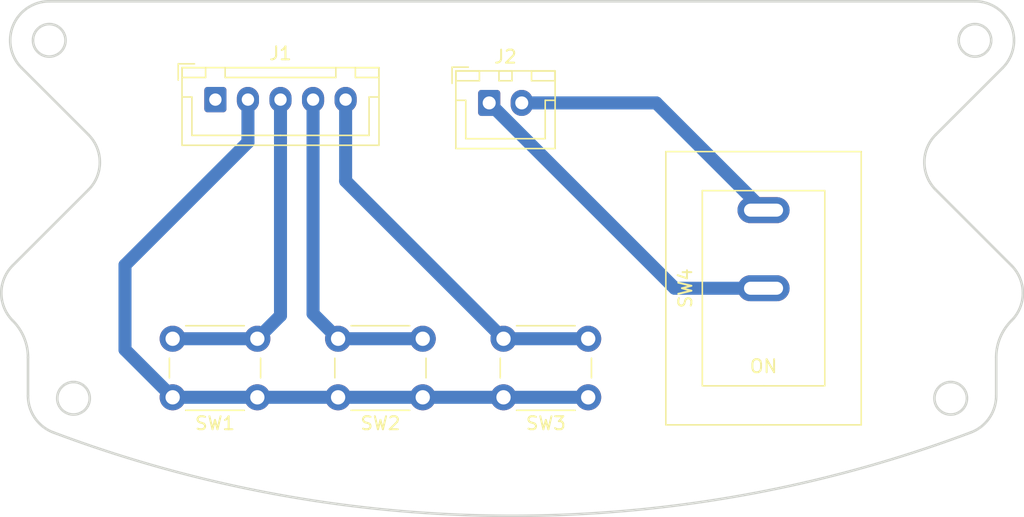
<source format=kicad_pcb>
(kicad_pcb (version 20211014) (generator pcbnew)
  (layers (0 "F.Cu" signal) (31 "B.Cu" signal) (34 "B.Paste" user) (35 "F.Paste" user) (36 "B.SilkS" user "B.Silkscreen") (37 "F.SilkS" user "F.Silkscreen") (38 "B.Mask" user) (39 "F.Mask" user) (44 "Edge.Cuts" user))
  (net 0 "")
  (net 1 "GND")
  (net 2 "+5V")
  (net 3 "SW1")
  (net 4 "SW2")
  (net 5 "SW3")
  (net 6 "+7.5V")
  (net 7 "GND1")
  (footprint "Button_Switch_THT:SW_PUSH_6mm_H5mm" (layer "F.Cu") (at 127.508 135.89 180)
    (fp_text reference "SW1" (at 3.25 -2) (layer "F.SilkS"))
    (fp_text value "SW_DIP_x01")
    (fp_line (start 5.5 -1) (end 1 -1) (layer "F.SilkS") (width 0.12))
    (fp_line (start 1 5.5) (end 5.5 5.5) (layer "F.SilkS") (width 0.12))
    (fp_line (start 6.75 3) (end 6.75 1.5) (layer "F.SilkS") (width 0.12))
    (fp_line (start -0.25 1.5) (end -0.25 3) (layer "F.SilkS") (width 0.12))
    (pad "1" thru_hole circle (at 6.5 0 270) (size 2 2) (drill 1.1) (layers *.Cu *.Mask) (net 2 "+5V"))
    (pad "1" thru_hole circle (at 0 0 270) (size 2 2) (drill 1.1) (layers *.Cu *.Mask) (net 2 "+5V"))
    (pad "2" thru_hole circle (at 6.5 4.5 270) (size 2 2) (drill 1.1) (layers *.Cu *.Mask) (net 3 "SW1"))
    (pad "2" thru_hole circle (at 0 4.5 270) (size 2 2) (drill 1.1) (layers *.Cu *.Mask) (net 3 "SW1"))
  )
  (footprint "Connector_JST:JST_XH_B2B-XH-A_1x02_P2.50mm_Vertical" (layer "F.Cu") (at 145.308 113.267)
    (fp_text reference "J2" (at 1.25 -3.55) (layer "F.SilkS"))
    (fp_text value "Conn_01x02_Female")
    (fp_line (start -1.8 2.75) (end 1.25 2.75) (layer "F.SilkS") (width 0.12))
    (fp_line (start -0.75 -1.7) (end -0.75 -2.45) (layer "F.SilkS") (width 0.12))
    (fp_line (start -2.55 -1.7) (end -0.75 -1.7) (layer "F.SilkS") (width 0.12))
    (fp_line (start 0.75 -2.45) (end 0.75 -1.7) (layer "F.SilkS") (width 0.12))
    (fp_line (start 4.3 2.75) (end 1.25 2.75) (layer "F.SilkS") (width 0.12))
    (fp_line (start -2.85 -2.75) (end -2.85 -1.5) (layer "F.SilkS") (width 0.12))
    (fp_line (start -1.8 -0.2) (end -1.8 2.75) (layer "F.SilkS") (width 0.12))
    (fp_line (start 5.05 -2.45) (end 3.25 -2.45) (layer "F.SilkS") (width 0.12))
    (fp_line (start -2.56 -2.46) (end -2.56 3.51) (layer "F.SilkS") (width 0.12))
    (fp_line (start 5.06 -2.46) (end -2.56 -2.46) (layer "F.SilkS") (width 0.12))
    (fp_line (start 1.75 -2.45) (end 0.75 -2.45) (layer "F.SilkS") (width 0.12))
    (fp_line (start 3.25 -2.45) (end 3.25 -1.7) (layer "F.SilkS") (width 0.12))
    (fp_line (start 5.06 3.51) (end 5.06 -2.46) (layer "F.SilkS") (width 0.12))
    (fp_line (start -2.55 -0.2) (end -1.8 -0.2) (layer "F.SilkS") (width 0.12))
    (fp_line (start 4.3 -0.2) (end 4.3 2.75) (layer "F.SilkS") (width 0.12))
    (fp_line (start 1.75 -1.7) (end 1.75 -2.45) (layer "F.SilkS") (width 0.12))
    (fp_line (start -0.75 -2.45) (end -2.55 -2.45) (layer "F.SilkS") (width 0.12))
    (fp_line (start -1.6 -2.75) (end -2.85 -2.75) (layer "F.SilkS") (width 0.12))
    (fp_line (start 0.75 -1.7) (end 1.75 -1.7) (layer "F.SilkS") (width 0.12))
    (fp_line (start 3.25 -1.7) (end 5.05 -1.7) (layer "F.SilkS") (width 0.12))
    (fp_line (start -2.56 3.51) (end 5.06 3.51) (layer "F.SilkS") (width 0.12))
    (fp_line (start -2.55 -2.45) (end -2.55 -1.7) (layer "F.SilkS") (width 0.12))
    (fp_line (start 5.05 -1.7) (end 5.05 -2.45) (layer "F.SilkS") (width 0.12))
    (fp_line (start 5.05 -0.2) (end 4.3 -0.2) (layer "F.SilkS") (width 0.12))
    (pad "1" thru_hole roundrect (at 0 0) (size 1.7 2) (drill 1) (layers *.Cu *.Mask) (roundrect_rratio 0.1470588235) (net 1 "GND"))
    (pad "2" thru_hole oval (at 2.5 0) (size 1.7 2) (drill 1) (layers *.Cu *.Mask) (net 6 "+7.5V"))
  )
  (footprint "Connector_JST:JST_XH_B5B-XH-A_1x05_P2.50mm_Vertical" (layer "F.Cu") (at 124.286 113.013)
    (fp_text reference "J1" (at 5 -3.55) (layer "F.SilkS"))
    (fp_text value "Conn_01x05_Female")
    (fp_line (start -2.56 -2.46) (end -2.56 3.51) (layer "F.SilkS") (width 0.12))
    (fp_line (start -1.6 -2.75) (end -2.85 -2.75) (layer "F.SilkS") (width 0.12))
    (fp_line (start 11.8 -0.2) (end 11.8 2.75) (layer "F.SilkS") (width 0.12))
    (fp_line (start 0.75 -1.7) (end 9.25 -1.7) (layer "F.SilkS") (width 0.12))
    (fp_line (start -2.55 -1.7) (end -0.75 -1.7) (layer "F.SilkS") (width 0.12))
    (fp_line (start 9.25 -1.7) (end 9.25 -2.45) (layer "F.SilkS") (width 0.12))
    (fp_line (start 11.8 2.75) (end 5 2.75) (layer "F.SilkS") (width 0.12))
    (fp_line (start 10.75 -2.45) (end 10.75 -1.7) (layer "F.SilkS") (width 0.12))
    (fp_line (start -2.85 -2.75) (end -2.85 -1.5) (layer "F.SilkS") (width 0.12))
    (fp_line (start 12.55 -2.45) (end 10.75 -2.45) (layer "F.SilkS") (width 0.12))
    (fp_line (start -2.55 -2.45) (end -2.55 -1.7) (layer "F.SilkS") (width 0.12))
    (fp_line (start -1.8 2.75) (end 5 2.75) (layer "F.SilkS") (width 0.12))
    (fp_line (start -2.55 -0.2) (end -1.8 -0.2) (layer "F.SilkS") (width 0.12))
    (fp_line (start -2.56 3.51) (end 12.56 3.51) (layer "F.SilkS") (width 0.12))
    (fp_line (start 9.25 -2.45) (end 0.75 -2.45) (layer "F.SilkS") (width 0.12))
    (fp_line (start 12.55 -0.2) (end 11.8 -0.2) (layer "F.SilkS") (width 0.12))
    (fp_line (start 12.56 -2.46) (end -2.56 -2.46) (layer "F.SilkS") (width 0.12))
    (fp_line (start -0.75 -2.45) (end -2.55 -2.45) (layer "F.SilkS") (width 0.12))
    (fp_line (start 10.75 -1.7) (end 12.55 -1.7) (layer "F.SilkS") (width 0.12))
    (fp_line (start 0.75 -2.45) (end 0.75 -1.7) (layer "F.SilkS") (width 0.12))
    (fp_line (start -1.8 -0.2) (end -1.8 2.75) (layer "F.SilkS") (width 0.12))
    (fp_line (start 12.56 3.51) (end 12.56 -2.46) (layer "F.SilkS") (width 0.12))
    (fp_line (start 12.55 -1.7) (end 12.55 -2.45) (layer "F.SilkS") (width 0.12))
    (fp_line (start -0.75 -1.7) (end -0.75 -2.45) (layer "F.SilkS") (width 0.12))
    (pad "1" thru_hole roundrect (at 0 0) (size 1.7 1.95) (drill 0.95) (layers *.Cu *.Mask) (roundrect_rratio 0.1470588235) (net 7 "GND1"))
    (pad "2" thru_hole oval (at 2.5 0) (size 1.7 1.95) (drill 0.95) (layers *.Cu *.Mask) (net 2 "+5V"))
    (pad "3" thru_hole oval (at 5 0) (size 1.7 1.95) (drill 0.95) (layers *.Cu *.Mask) (net 3 "SW1"))
    (pad "4" thru_hole oval (at 7.5 0) (size 1.7 1.95) (drill 0.95) (layers *.Cu *.Mask) (net 4 "SW2"))
    (pad "5" thru_hole oval (at 10 0) (size 1.7 1.95) (drill 0.95) (layers *.Cu *.Mask) (net 5 "SW3"))
  )
  (footprint "Button_Switch_THT:SW_PUSH_6mm_H5mm" (layer "F.Cu") (at 140.208 135.89 180)
    (fp_text reference "SW2" (at 3.25 -2) (layer "F.SilkS"))
    (fp_text value "SW_DIP_x01")
    (fp_line (start 1 5.5) (end 5.5 5.5) (layer "F.SilkS") (width 0.12))
    (fp_line (start 5.5 -1) (end 1 -1) (layer "F.SilkS") (width 0.12))
    (fp_line (start -0.25 1.5) (end -0.25 3) (layer "F.SilkS") (width 0.12))
    (fp_line (start 6.75 3) (end 6.75 1.5) (layer "F.SilkS") (width 0.12))
    (pad "1" thru_hole circle (at 6.5 0 270) (size 2 2) (drill 1.1) (layers *.Cu *.Mask) (net 2 "+5V"))
    (pad "1" thru_hole circle (at 0 0 270) (size 2 2) (drill 1.1) (layers *.Cu *.Mask) (net 2 "+5V"))
    (pad "2" thru_hole circle (at 0 4.5 270) (size 2 2) (drill 1.1) (layers *.Cu *.Mask) (net 4 "SW2"))
    (pad "2" thru_hole circle (at 6.5 4.5 270) (size 2 2) (drill 1.1) (layers *.Cu *.Mask) (net 4 "SW2"))
  )
  (footprint "Lib:DS-850k" (layer "F.Cu") (at 166.37 127.508 -90)
    (fp_text reference "SW4" (at 0 6 90) (layer "F.SilkS"))
    (fp_text value "SW_DIP_x01")
    (fp_text user "ON" (at 6 0) (layer "F.SilkS"))
    (fp_line (start 7.5 4.7) (end 7.5 0) (layer "F.SilkS") (width 0.12))
    (fp_line (start -7.5 -4.7) (end -7.5 4.7) (layer "F.SilkS") (width 0.12))
    (fp_line (start -7.5 4.7) (end 7.5 4.7) (layer "F.SilkS") (width 0.12))
    (fp_line (start 10.5 0) (end 10.5 -7.5) (layer "F.SilkS") (width 0.12))
    (fp_line (start 7.5 -4.7) (end -7.5 -4.7) (layer "F.SilkS") (width 0.12))
    (fp_line (start -10.5 7.5) (end 10.5 7.5) (layer "F.SilkS") (width 0.12))
    (fp_line (start 10.5 7.5) (end 10.5 0) (layer "F.SilkS") (width 0.12))
    (fp_line (start -10.5 -7.5) (end -10.5 7.5) (layer "F.SilkS") (width 0.12))
    (fp_line (start 7.5 0) (end 7.5 -4.7) (layer "F.SilkS") (width 0.12))
    (fp_line (start 10.5 -7.5) (end -10.5 -7.5) (layer "F.SilkS") (width 0.12))
    (pad "1" thru_hole oval locked (at 0 0) (size 4 2) (drill oval 3 1) (layers *.Cu *.Mask) (net 1 "GND"))
    (pad "2" thru_hole oval locked (at -6 0) (size 4 2) (drill oval 3 1) (layers *.Cu *.Mask) (net 6 "+7.5V"))
  )
  (footprint "Button_Switch_THT:SW_PUSH_6mm_H5mm" (layer "F.Cu") (at 152.908 135.89 180)
    (fp_text reference "SW3" (at 3.25 -2) (layer "F.SilkS"))
    (fp_text value "SW_DIP_x01")
    (fp_line (start 5.5 -1) (end 1 -1) (layer "F.SilkS") (width 0.12))
    (fp_line (start 1 5.5) (end 5.5 5.5) (layer "F.SilkS") (width 0.12))
    (fp_line (start -0.25 1.5) (end -0.25 3) (layer "F.SilkS") (width 0.12))
    (fp_line (start 6.75 3) (end 6.75 1.5) (layer "F.SilkS") (width 0.12))
    (pad "1" thru_hole circle (at 6.5 0 270) (size 2 2) (drill 1.1) (layers *.Cu *.Mask) (net 2 "+5V"))
    (pad "1" thru_hole circle (at 0 0 270) (size 2 2) (drill 1.1) (layers *.Cu *.Mask) (net 2 "+5V"))
    (pad "2" thru_hole circle (at 0 4.5 270) (size 2 2) (drill 1.1) (layers *.Cu *.Mask) (net 5 "SW3"))
    (pad "2" thru_hole circle (at 6.5 4.5 270) (size 2 2) (drill 1.1) (layers *.Cu *.Mask) (net 5 "SW3"))
  )
  (gr_circle (center 180.737484 135.964323) (end 181.987484 135.964323) (layer "Edge.Cuts") (width 0.2) (fill none))
  (gr_line (start 109.412564 110.580179) (end 114.539088 115.706703) (layer "Edge.Cuts") (width 0.2))
  (gr_arc (start 184.229538 132.828611) (mid 184.534027 131.297882) (end 185.401111 130.000184) (layer "Edge.Cuts") (width 0.2))
  (gr_line (start 185.401111 125.757543) (end 179.592912 119.949344) (layer "Edge.Cuts") (width 0.2))
  (gr_line (start 114.539088 119.949344) (end 108.730889 125.757543) (layer "Edge.Cuts") (width 0.2))
  (gr_arc (start 108.730889 130.000184) (mid 109.59798 131.297877) (end 109.902462 132.828611) (layer "Edge.Cuts") (width 0.2))
  (gr_line (start 184.229538 135.780675) (end 184.229538 132.828611) (layer "Edge.Cuts") (width 0.2))
  (gr_arc (start 109.412564 110.580179) (mid 108.762246 107.310809) (end 111.533884 105.458859) (layer "Edge.Cuts") (width 0.2))
  (gr_arc (start 182.286142 138.588448) (mid 147.066 144.996025) (end 111.845858 138.588448) (layer "Edge.Cuts") (width 0.2))
  (gr_arc (start 184.229538 135.780675) (mid 183.696321 137.488069) (end 182.286142 138.588448) (layer "Edge.Cuts") (width 0.2))
  (gr_arc (start 114.539088 115.706703) (mid 115.417768 117.828024) (end 114.539088 119.949344) (layer "Edge.Cuts") (width 0.2))
  (gr_line (start 182.598116 105.458859) (end 111.533884 105.458859) (layer "Edge.Cuts") (width 0.2))
  (gr_arc (start 108.730889 130.000184) (mid 107.852209 127.878864) (end 108.730889 125.757543) (layer "Edge.Cuts") (width 0.2))
  (gr_line (start 179.592912 115.706703) (end 184.719436 110.580179) (layer "Edge.Cuts") (width 0.2))
  (gr_arc (start 185.401111 125.757543) (mid 186.279792 127.878864) (end 185.401111 130.000184) (layer "Edge.Cuts") (width 0.2))
  (gr_circle (center 113.394516 135.964323) (end 114.644516 135.964323) (layer "Edge.Cuts") (width 0.2) (fill none))
  (gr_line (start 109.902462 132.828611) (end 109.902462 135.780675) (layer "Edge.Cuts") (width 0.2))
  (gr_circle (center 111.533884 108.458859) (end 112.783884 108.458859) (layer "Edge.Cuts") (width 0.2) (fill none))
  (gr_arc (start 182.598116 105.458859) (mid 185.369755 107.310807) (end 184.719436 110.580179) (layer "Edge.Cuts") (width 0.2))
  (gr_arc (start 179.592912 119.949344) (mid 178.714233 117.828024) (end 179.592912 115.706703) (layer "Edge.Cuts") (width 0.2))
  (gr_arc (start 111.845858 138.588448) (mid 110.435702 137.48804) (end 109.902462 135.780675) (layer "Edge.Cuts") (width 0.2))
  (gr_circle (center 182.598116 108.458859) (end 183.848116 108.458859) (layer "Edge.Cuts") (width 0.2) (fill none))
  (segment (start 159.549 127.508) (end 166.37 127.508) (width 1) (layer "B.Cu") (net 1))
  (segment (start 145.308 113.267) (end 159.549 127.508) (width 1) (layer "B.Cu") (net 1))
  (segment (start 121.008 135.89) (end 127.508 135.89) (width 1) (layer "B.Cu") (net 2))
  (segment (start 117.348 125.73) (end 117.348 132.23) (width 1) (layer "B.Cu") (net 2))
  (segment (start 140.208 135.89) (end 146.408 135.89) (width 1) (layer "B.Cu") (net 2))
  (segment (start 146.408 135.89) (end 152.908 135.89) (width 1) (layer "B.Cu") (net 2))
  (segment (start 117.348 132.23) (end 121.008 135.89) (width 1) (layer "B.Cu") (net 2))
  (segment (start 127.508 135.89) (end 133.708 135.89) (width 1) (layer "B.Cu") (net 2))
  (segment (start 126.786 113.013) (end 126.786 116.292) (width 1) (layer "B.Cu") (net 2))
  (segment (start 126.786 116.292) (end 117.348 125.73) (width 1) (layer "B.Cu") (net 2))
  (segment (start 133.708 135.89) (end 140.208 135.89) (width 1) (layer "B.Cu") (net 2))
  (segment (start 127.508 131.39) (end 121.008 131.39) (width 1) (layer "B.Cu") (net 3))
  (segment (start 129.286 129.612) (end 129.286 113.013) (width 1) (layer "B.Cu") (net 3))
  (segment (start 127.508 131.39) (end 129.286 129.612) (width 1) (layer "B.Cu") (net 3))
  (segment (start 140.208 131.39) (end 133.708 131.39) (width 1) (layer "B.Cu") (net 4))
  (segment (start 131.786 129.468) (end 131.786 113.013) (width 1) (layer "B.Cu") (net 4))
  (segment (start 133.708 131.39) (end 131.786 129.468) (width 1) (layer "B.Cu") (net 4))
  (segment (start 152.908 131.39) (end 146.408 131.39) (width 1) (layer "B.Cu") (net 5))
  (segment (start 134.286 119.268) (end 134.286 113.013) (width 1) (layer "B.Cu") (net 5))
  (segment (start 146.408 131.39) (end 134.286 119.268) (width 1) (layer "B.Cu") (net 5))
  (segment (start 158.129 113.267) (end 166.37 121.508) (width 1) (layer "B.Cu") (net 6))
  (segment (start 147.808 113.267) (end 158.129 113.267) (width 1) (layer "B.Cu") (net 6))
)
</source>
